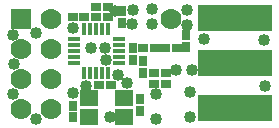
<source format=gts>
*%FSLAX24Y24*%
*%MOIN*%
G01*
%ADD11C,0.0030*%
%ADD12C,0.0043*%
%ADD13C,0.0050*%
%ADD14C,0.0060*%
%ADD15C,0.0073*%
%ADD16C,0.0080*%
%ADD17C,0.0100*%
%ADD18C,0.0120*%
%ADD19C,0.0200*%
%ADD20C,0.0300*%
%ADD21C,0.0320*%
%ADD22C,0.0400*%
%ADD23C,0.0560*%
%ADD24C,0.0600*%
%ADD25C,0.0620*%
%ADD26C,0.0700*%
%ADD27C,0.0800*%
%ADD28R,0.0098X0.0331*%
%ADD29R,0.0178X0.0411*%
%ADD30R,0.0200X0.0250*%
%ADD31R,0.0250X0.0200*%
%ADD32R,0.0280X0.0330*%
%ADD33R,0.0330X0.0280*%
%ADD34R,0.0331X0.0098*%
%ADD35R,0.0411X0.0178*%
%ADD36R,0.0551X0.0453*%
%ADD37R,0.0620X0.0620*%
%ADD38R,0.0631X0.0533*%
%ADD39R,0.0700X0.0700*%
%ADD40R,0.2400X0.0800*%
%ADD41R,0.2480X0.0880*%
D22*
X280940Y119875D02*
D03*
X281450D02*
D03*
X281305Y121375D02*
D03*
X280250Y119070D02*
D03*
X281380Y119155D02*
D03*
X281855Y120900D02*
D03*
X279460Y121400D02*
D03*
X279305Y119450D02*
D03*
X278090Y120610D02*
D03*
X278580Y120210D02*
D03*
X279000Y119710D02*
D03*
X277500Y119120D02*
D03*
X277915Y119350D02*
D03*
X277490Y121290D02*
D03*
X275480Y121040D02*
D03*
X275530Y120070D02*
D03*
X275500Y119070D02*
D03*
X276250Y118260D02*
D03*
X279500Y121880D02*
D03*
X280125Y121900D02*
D03*
X278720Y118300D02*
D03*
X281295Y121890D02*
D03*
X280270Y118250D02*
D03*
X281380Y118300D02*
D03*
X276250Y121120D02*
D03*
X280135Y121400D02*
D03*
X283850Y120875D02*
D03*
X283880Y119350D02*
D03*
X278570Y120610D02*
D03*
X278885Y121860D02*
D03*
D26*
X276770Y121590D02*
D03*
X275770Y120590D02*
D03*
X276770D02*
D03*
X275770Y119590D02*
D03*
X276770D02*
D03*
X275770Y118590D02*
D03*
X276770D02*
D03*
X280770Y121590D02*
D03*
D29*
X277867Y119767D02*
D03*
X278064D02*
D03*
X278261D02*
D03*
X278458D02*
D03*
X278655D02*
D03*
Y121256D02*
D03*
X278458D02*
D03*
X278261D02*
D03*
X278064D02*
D03*
X277867D02*
D03*
D32*
X277479Y118693D02*
D03*
Y118300D02*
D03*
X279120Y121450D02*
D03*
Y121844D02*
D03*
X279840Y120189D02*
D03*
Y119795D02*
D03*
X279500Y120615D02*
D03*
Y120221D02*
D03*
X281270Y121044D02*
D03*
Y120650D02*
D03*
X279711Y118904D02*
D03*
Y118510D02*
D03*
D33*
X278262Y121970D02*
D03*
X278655D02*
D03*
X278744Y119389D02*
D03*
X278350D02*
D03*
X278260Y121640D02*
D03*
X278654D02*
D03*
X277476D02*
D03*
X277870D02*
D03*
X279830Y120625D02*
D03*
X280224D02*
D03*
X280960D02*
D03*
X280566D02*
D03*
X280191Y119430D02*
D03*
X280585Y119430D02*
D03*
X280206Y119770D02*
D03*
X280600D02*
D03*
D35*
X277512Y120910D02*
D03*
Y120713D02*
D03*
Y120516D02*
D03*
Y120319D02*
D03*
Y120123D02*
D03*
X279010D02*
D03*
Y120319D02*
D03*
Y120516D02*
D03*
Y120713D02*
D03*
Y120910D02*
D03*
D38*
X279190Y118960D02*
D03*
X278010Y118329D02*
D03*
X279190D02*
D03*
X278010Y118960D02*
D03*
D39*
X275770Y121590D02*
D03*
D41*
X282905Y118600D02*
D03*
Y121600D02*
D03*
Y120100D02*
D03*
M02*

</source>
